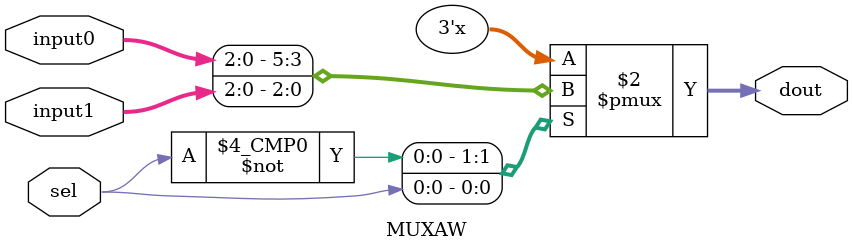
<source format=v>
`timescale 1ns / 1ps


module MUXAW (
	input [2:0] input0,
	input [2:0] input1,
	input sel,
	output reg [2:0] dout
	);
	
	always @ (sel or input0 or input1) begin
		case(sel)
			1'b0: dout <= input0;
			1'b1: dout <= input1;
		endcase
	end
endmodule
</source>
